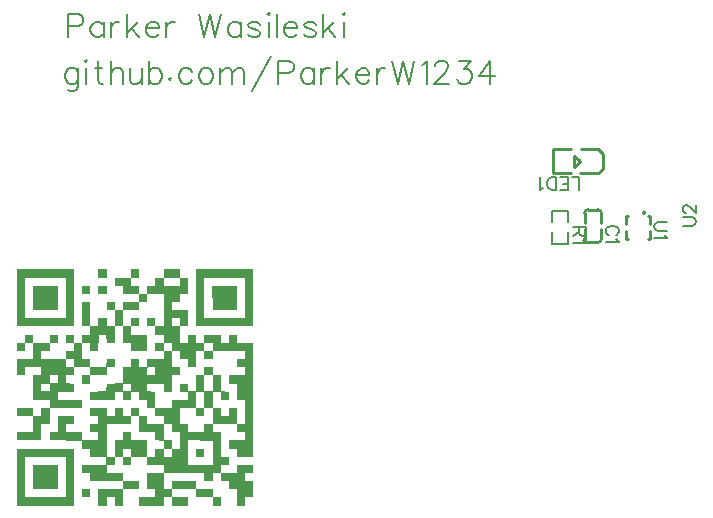
<source format=gto>
G04 Layer: TopSilkscreenLayer*
G04 EasyEDA v6.5.51, 2025-12-28 19:30:40*
G04 7922ceb0231e4a53998ecf01493f2e8b,b0fcb86846164242a958a805a75853bb,10*
G04 Gerber Generator version 0.2*
G04 Scale: 100 percent, Rotated: No, Reflected: No *
G04 Dimensions in millimeters *
G04 leading zeros omitted , absolute positions ,4 integer and 5 decimal *
%FSLAX45Y45*%
%MOMM*%

%ADD10C,0.1524*%
%ADD11C,0.2030*%
%ADD12C,0.2032*%
%ADD13C,0.2540*%
%ADD14C,0.0120*%

%LPD*%
G36*
X355600Y-2882696D02*
G01*
X355600Y-2952699D01*
X768604Y-2952699D01*
X768604Y-3295700D01*
X425602Y-3295700D01*
X425602Y-2952699D01*
X355600Y-2952699D01*
X355600Y-3365703D01*
X838098Y-3365195D01*
X838606Y-2882696D01*
G37*
G36*
X1045616Y-2882696D02*
G01*
X1045616Y-2952699D01*
X1113586Y-2952699D01*
X1113586Y-2882696D01*
G37*
G36*
X1321612Y-2882696D02*
G01*
X1321104Y-2952191D01*
X1183589Y-2952699D01*
X1183589Y-3020669D01*
X1251102Y-3021177D01*
X1251610Y-3088690D01*
X1389075Y-3089198D01*
X1389075Y-3158185D01*
X1251610Y-3158693D01*
X1251102Y-3226206D01*
X1184097Y-3226206D01*
X1183589Y-3158693D01*
X1113586Y-3158693D01*
X1113586Y-3226663D01*
X1183081Y-3227171D01*
X1183081Y-3364179D01*
X1114094Y-3364179D01*
X1113586Y-3296716D01*
X1045616Y-3296716D01*
X1045108Y-3364179D01*
X976121Y-3364179D01*
X975614Y-3158693D01*
X907592Y-3158693D01*
X907592Y-3364687D01*
X975106Y-3365195D01*
X975106Y-3434181D01*
X907643Y-3434740D01*
X907084Y-3502202D01*
X838098Y-3502202D01*
X837590Y-3434689D01*
X769620Y-3434689D01*
X769620Y-3502660D01*
X837082Y-3503218D01*
X837082Y-3572205D01*
X769620Y-3572713D01*
X769112Y-3640175D01*
X562102Y-3640175D01*
X562102Y-3573221D01*
X631596Y-3572662D01*
X632104Y-3503218D01*
X699617Y-3502660D01*
X699617Y-3434689D01*
X631647Y-3434689D01*
X631088Y-3502202D01*
X494080Y-3502202D01*
X493572Y-3434689D01*
X425602Y-3434689D01*
X425094Y-3502202D01*
X355600Y-3502710D01*
X355600Y-3572713D01*
X425551Y-3572713D01*
X426110Y-3503218D01*
X493115Y-3503218D01*
X493115Y-3640175D01*
X355600Y-3640734D01*
X355600Y-3643223D01*
X769569Y-3643223D01*
X770534Y-3640683D01*
X837082Y-3641191D01*
X837082Y-3710178D01*
X770077Y-3710178D01*
X769569Y-3643223D01*
X355600Y-3643223D01*
X355600Y-3778707D01*
X425551Y-3778707D01*
X426110Y-3711194D01*
X561086Y-3711194D01*
X561086Y-3778199D01*
X493572Y-3778707D01*
X493572Y-3781196D01*
X631545Y-3781196D01*
X632561Y-3778656D01*
X699109Y-3779215D01*
X699109Y-3848201D01*
X632104Y-3848201D01*
X631545Y-3781196D01*
X493572Y-3781196D01*
X493572Y-3851198D01*
X561594Y-3851198D01*
X562559Y-3848658D01*
X631088Y-3849217D01*
X631088Y-3916172D01*
X562102Y-3916172D01*
X561594Y-3851198D01*
X493572Y-3851198D01*
X493572Y-3986682D01*
X631088Y-3987190D01*
X631088Y-4054195D01*
X561644Y-4054703D01*
X561086Y-4124198D01*
X494080Y-4124198D01*
X493572Y-4054703D01*
X355600Y-4054703D01*
X355600Y-4124706D01*
X493115Y-4125214D01*
X493115Y-4262170D01*
X355600Y-4262729D01*
X355600Y-4330700D01*
X561594Y-4330700D01*
X562102Y-4193184D01*
X631596Y-4192676D01*
X632104Y-4055211D01*
X907592Y-4054703D01*
X907592Y-3986682D01*
X700074Y-3986174D01*
X700074Y-3917187D01*
X837590Y-3916679D01*
X837590Y-3848709D01*
X770077Y-3848201D01*
X770077Y-3779215D01*
X837590Y-3778656D01*
X838098Y-3711194D01*
X975106Y-3711194D01*
X975106Y-3778199D01*
X907592Y-3778707D01*
X907592Y-3848709D01*
X975563Y-3848709D01*
X976121Y-3779215D01*
X1113586Y-3778656D01*
X1114094Y-3711194D01*
X1183589Y-3710686D01*
X1183589Y-3640683D01*
X1113637Y-3640683D01*
X1113078Y-3710178D01*
X976121Y-3710178D01*
X975563Y-3640734D01*
X908100Y-3640175D01*
X908100Y-3503218D01*
X975106Y-3503218D01*
X975614Y-3572713D01*
X1045565Y-3572713D01*
X1046073Y-3435197D01*
X1113078Y-3435197D01*
X1113637Y-3502710D01*
X1183589Y-3502710D01*
X1184097Y-3365195D01*
X1251102Y-3365195D01*
X1251610Y-3502660D01*
X1321104Y-3503218D01*
X1321612Y-3572713D01*
X1459585Y-3572713D01*
X1459585Y-3434689D01*
X1322070Y-3434181D01*
X1322070Y-3365195D01*
X1389583Y-3364687D01*
X1389583Y-3296716D01*
X1321612Y-3296716D01*
X1321104Y-3364179D01*
X1252118Y-3364179D01*
X1252118Y-3227171D01*
X1389583Y-3226663D01*
X1390091Y-3159201D01*
X1459585Y-3158693D01*
X1460093Y-3089198D01*
X1597101Y-3089198D01*
X1597101Y-3299206D01*
X1665579Y-3299206D01*
X1666544Y-3296665D01*
X1735074Y-3297174D01*
X1735074Y-3364179D01*
X1666087Y-3364179D01*
X1665579Y-3299206D01*
X1597101Y-3299206D01*
X1597101Y-3364179D01*
X1528114Y-3364179D01*
X1527556Y-3296716D01*
X1459585Y-3296716D01*
X1459585Y-3364687D01*
X1527098Y-3365195D01*
X1527606Y-3434689D01*
X1597101Y-3435197D01*
X1597101Y-3502202D01*
X1527606Y-3502710D01*
X1527606Y-3505200D01*
X1597558Y-3505200D01*
X1598523Y-3502660D01*
X1665071Y-3503218D01*
X1665071Y-3505200D01*
X1941575Y-3505200D01*
X1942541Y-3502660D01*
X2011070Y-3503218D01*
X2011070Y-3572205D01*
X1942084Y-3572205D01*
X1941575Y-3505200D01*
X1665071Y-3505200D01*
X1665071Y-3572205D01*
X1598117Y-3572205D01*
X1597558Y-3505200D01*
X1527606Y-3505200D01*
X1527606Y-3572662D01*
X1597101Y-3573221D01*
X1597101Y-3640175D01*
X1459636Y-3640734D01*
X1459077Y-3710178D01*
X1390091Y-3710178D01*
X1389583Y-3640683D01*
X1321612Y-3640683D01*
X1321104Y-3710178D01*
X1251610Y-3710736D01*
X1251601Y-3713226D01*
X1459585Y-3713226D01*
X1460550Y-3710686D01*
X1527098Y-3711194D01*
X1527098Y-3778199D01*
X1460093Y-3778199D01*
X1459585Y-3713226D01*
X1251601Y-3713226D01*
X1251102Y-3848201D01*
X1113637Y-3848709D01*
X1113618Y-3851198D01*
X1251559Y-3851198D01*
X1252524Y-3848658D01*
X1321104Y-3849217D01*
X1321104Y-3916172D01*
X1460093Y-3916172D01*
X1460093Y-3849217D01*
X1597101Y-3849217D01*
X1597609Y-3916679D01*
X1665579Y-3916679D01*
X1666087Y-3779215D01*
X1735582Y-3778656D01*
X1735582Y-3710736D01*
X1666087Y-3710178D01*
X1665579Y-3575202D01*
X1666544Y-3572662D01*
X1735074Y-3573221D01*
X1735632Y-3640683D01*
X1803095Y-3641191D01*
X1803603Y-3710686D01*
X1873554Y-3710686D01*
X1874113Y-3573221D01*
X1941118Y-3573221D01*
X1941626Y-3640683D01*
X2011578Y-3640683D01*
X2012086Y-3573221D01*
X2285085Y-3573221D01*
X2285085Y-3640175D01*
X2217572Y-3640734D01*
X2217572Y-3710686D01*
X2285085Y-3711194D01*
X2285085Y-3778199D01*
X2149602Y-3778707D01*
X2149602Y-3848658D01*
X2217115Y-3849217D01*
X2217623Y-3986682D01*
X2285085Y-3987190D01*
X2285085Y-4192219D01*
X2218080Y-4192219D01*
X2217572Y-4054703D01*
X2149602Y-4054703D01*
X2149094Y-4124198D01*
X2080107Y-4124198D01*
X2079548Y-4054703D01*
X2012086Y-4054195D01*
X2012086Y-3917187D01*
X2079091Y-3917187D01*
X2079599Y-3986682D01*
X2149602Y-3986682D01*
X2149602Y-3916730D01*
X2080107Y-3916172D01*
X2079599Y-3778707D01*
X2012086Y-3778199D01*
X2011578Y-3710686D01*
X1941626Y-3710686D01*
X1941118Y-3778199D01*
X1873605Y-3778707D01*
X1873596Y-3781196D01*
X1941575Y-3781196D01*
X1942541Y-3778656D01*
X2011070Y-3779215D01*
X2011070Y-3916172D01*
X1942084Y-3916172D01*
X1941575Y-3781196D01*
X1873596Y-3781196D01*
X1873097Y-3916172D01*
X1804111Y-3916172D01*
X1803552Y-3848709D01*
X1735582Y-3848709D01*
X1735582Y-3916679D01*
X1803095Y-3917187D01*
X1803095Y-3919169D01*
X1873554Y-3919169D01*
X1874520Y-3916679D01*
X1941118Y-3917187D01*
X1941118Y-4054195D01*
X1874113Y-4054195D01*
X1873554Y-3919169D01*
X1803095Y-3919169D01*
X1803095Y-3986174D01*
X1665630Y-3986682D01*
X1665071Y-4054195D01*
X1528114Y-4054195D01*
X1527606Y-3916730D01*
X1460093Y-3916172D01*
X1252118Y-3916172D01*
X1251559Y-3851198D01*
X1113618Y-3851198D01*
X1113078Y-3916172D01*
X975614Y-3916730D01*
X975614Y-3986682D01*
X1183589Y-3986682D01*
X1184097Y-3917187D01*
X1251102Y-3917187D01*
X1251610Y-3986682D01*
X1321562Y-3986682D01*
X1322070Y-3917187D01*
X1389075Y-3917187D01*
X1389634Y-3986682D01*
X1459077Y-3987190D01*
X1459636Y-4054652D01*
X1527098Y-4055211D01*
X1527113Y-4057192D01*
X1735582Y-4057192D01*
X1736547Y-4054703D01*
X1873097Y-4055211D01*
X1873605Y-4124706D01*
X1941575Y-4124706D01*
X1942084Y-4055211D01*
X2011070Y-4055211D01*
X2011070Y-4192219D01*
X1941626Y-4192727D01*
X1941118Y-4262170D01*
X1804111Y-4262170D01*
X1803552Y-4192727D01*
X1736089Y-4192219D01*
X1735582Y-4057192D01*
X1527113Y-4057192D01*
X1527606Y-4124655D01*
X1597101Y-4125214D01*
X1597101Y-4192219D01*
X1460093Y-4192219D01*
X1459585Y-4124706D01*
X1390091Y-4124198D01*
X1389583Y-4054703D01*
X1321612Y-4054703D01*
X1321104Y-4124198D01*
X1252118Y-4124198D01*
X1251559Y-4054703D01*
X1183640Y-4054703D01*
X1183081Y-4124198D01*
X1114094Y-4124198D01*
X1113586Y-4054703D01*
X975614Y-4054703D01*
X975614Y-4124655D01*
X1045108Y-4125214D01*
X1045108Y-4192219D01*
X975614Y-4192727D01*
X975614Y-4262678D01*
X1045108Y-4263186D01*
X1045108Y-4330192D01*
X908100Y-4330192D01*
X907592Y-4262729D01*
X770077Y-4262170D01*
X770077Y-4193184D01*
X837590Y-4192676D01*
X837590Y-4124706D01*
X699617Y-4124706D01*
X699109Y-4262170D01*
X631596Y-4262729D01*
X631596Y-4330700D01*
X907084Y-4331208D01*
X907643Y-4400651D01*
X975106Y-4401210D01*
X975610Y-4468215D01*
X1114094Y-4468215D01*
X1114094Y-4193184D01*
X1321612Y-4192676D01*
X1321612Y-4126026D01*
X1322933Y-4124655D01*
X1389075Y-4125214D01*
X1389334Y-4195216D01*
X1597558Y-4195216D01*
X1598523Y-4192676D01*
X1665071Y-4193184D01*
X1665630Y-4262678D01*
X1735074Y-4263186D01*
X1735074Y-4333189D01*
X1803603Y-4333189D01*
X1804517Y-4330700D01*
X2011070Y-4331208D01*
X2011070Y-4538167D01*
X1804111Y-4538167D01*
X1803603Y-4333189D01*
X1735074Y-4333189D01*
X1735074Y-4400194D01*
X1666087Y-4400194D01*
X1665579Y-4330700D01*
X1598117Y-4330192D01*
X1597558Y-4195216D01*
X1389334Y-4195216D01*
X1389634Y-4262678D01*
X1527098Y-4263186D01*
X1527606Y-4330649D01*
X1597101Y-4331208D01*
X1597101Y-4400194D01*
X1527606Y-4400702D01*
X1527588Y-4403191D01*
X1597558Y-4403191D01*
X1598523Y-4400651D01*
X1665071Y-4401210D01*
X1665071Y-4468215D01*
X1598117Y-4468215D01*
X1597558Y-4403191D01*
X1527588Y-4403191D01*
X1527098Y-4468215D01*
X1460093Y-4468215D01*
X1459585Y-4330700D01*
X1322070Y-4330192D01*
X1321562Y-4262678D01*
X1251610Y-4262678D01*
X1251102Y-4330192D01*
X1183589Y-4330700D01*
X1183321Y-4403191D01*
X1251559Y-4403191D01*
X1252524Y-4400651D01*
X1321104Y-4401210D01*
X1321104Y-4468215D01*
X1252118Y-4468215D01*
X1251559Y-4403191D01*
X1183321Y-4403191D01*
X1183081Y-4468215D01*
X975610Y-4468215D01*
X975614Y-4468672D01*
X1113078Y-4469180D01*
X1113078Y-4538167D01*
X907592Y-4538675D01*
X907592Y-4606645D01*
X975106Y-4607204D01*
X975614Y-4676698D01*
X1251102Y-4677206D01*
X1251102Y-4744212D01*
X1045616Y-4744720D01*
X1045616Y-4882692D01*
X1113586Y-4882692D01*
X1114094Y-4813198D01*
X1183081Y-4813198D01*
X1183640Y-4882692D01*
X1251559Y-4882692D01*
X1252118Y-4745177D01*
X1389583Y-4744669D01*
X1389583Y-4676698D01*
X1252118Y-4676190D01*
X1251559Y-4606696D01*
X1114094Y-4606188D01*
X1114094Y-4539183D01*
X1183589Y-4538675D01*
X1184097Y-4469180D01*
X1251102Y-4469180D01*
X1251610Y-4538675D01*
X1321562Y-4538675D01*
X1322070Y-4469180D01*
X1459077Y-4469180D01*
X1459636Y-4538675D01*
X1597101Y-4539183D01*
X1597101Y-4606188D01*
X1459585Y-4606696D01*
X1459585Y-4744669D01*
X1527098Y-4745177D01*
X1527098Y-4812182D01*
X1389583Y-4812690D01*
X1389583Y-4882692D01*
X1597558Y-4882692D01*
X1598117Y-4813198D01*
X1665071Y-4813198D01*
X1665630Y-4882692D01*
X1803603Y-4882692D01*
X1803603Y-4812690D01*
X1666087Y-4812182D01*
X1666087Y-4745177D01*
X1873097Y-4745177D01*
X1873605Y-4812690D01*
X2011070Y-4813198D01*
X2011629Y-4882692D01*
X2079599Y-4882692D01*
X2079599Y-4812741D01*
X2012086Y-4812182D01*
X2011578Y-4744720D01*
X1874113Y-4744212D01*
X1873554Y-4676698D01*
X1665630Y-4676698D01*
X1665071Y-4744212D01*
X1598117Y-4744212D01*
X1598117Y-4607204D01*
X1941118Y-4607204D01*
X1941626Y-4676698D01*
X2011578Y-4676698D01*
X2012086Y-4607204D01*
X2079091Y-4607204D01*
X2079599Y-4676648D01*
X2149094Y-4677206D01*
X2149602Y-4744669D01*
X2217115Y-4745177D01*
X2217623Y-4882692D01*
X2285593Y-4882692D01*
X2286101Y-4813198D01*
X2355596Y-4812639D01*
X2355596Y-4676698D01*
X2286101Y-4676190D01*
X2286101Y-4607204D01*
X2355596Y-4606645D01*
X2355596Y-4538675D01*
X2217623Y-4538675D01*
X2217115Y-4606188D01*
X2080107Y-4606188D01*
X2080107Y-4539183D01*
X2149602Y-4538675D01*
X2149602Y-4468723D01*
X2080107Y-4468215D01*
X2079599Y-4262729D01*
X2012086Y-4262170D01*
X2012086Y-4193184D01*
X2217115Y-4193184D01*
X2217623Y-4262678D01*
X2285085Y-4263186D01*
X2285085Y-4330192D01*
X2149602Y-4330700D01*
X2149602Y-4400651D01*
X2217115Y-4401210D01*
X2217623Y-4468672D01*
X2355596Y-4468672D01*
X2355596Y-3502710D01*
X2218080Y-3502202D01*
X2217572Y-3434689D01*
X2149602Y-3434689D01*
X2149094Y-3502202D01*
X2080107Y-3502202D01*
X2079548Y-3434689D01*
X1941626Y-3434689D01*
X1941118Y-3502202D01*
X1874113Y-3502202D01*
X1873554Y-3434689D01*
X1803603Y-3434689D01*
X1803095Y-3502202D01*
X1736089Y-3502202D01*
X1736089Y-3365195D01*
X1803603Y-3364687D01*
X1803603Y-3226714D01*
X1666087Y-3226206D01*
X1666087Y-3159201D01*
X1735582Y-3158693D01*
X1736089Y-3089198D01*
X1803603Y-3088690D01*
X1803603Y-2952699D01*
X1736089Y-2952191D01*
X1735582Y-2882696D01*
X1597609Y-2882696D01*
X1597101Y-2952191D01*
X1527606Y-2952699D01*
X1527587Y-2955239D01*
X1597558Y-2955239D01*
X1598523Y-2952699D01*
X1735074Y-2953207D01*
X1735074Y-3020212D01*
X1598117Y-3020212D01*
X1597558Y-2955239D01*
X1527587Y-2955239D01*
X1527098Y-3020212D01*
X1459636Y-3020720D01*
X1459077Y-3088182D01*
X1390091Y-3088182D01*
X1389583Y-3020720D01*
X1322070Y-3020212D01*
X1322070Y-2953207D01*
X1389583Y-2952648D01*
X1389583Y-2882696D01*
G37*
G36*
X1872589Y-2882696D02*
G01*
X1872663Y-2952699D01*
X2285593Y-2952699D01*
X2285593Y-3295700D01*
X1942592Y-3295700D01*
X1942592Y-2952699D01*
X1872663Y-2952699D01*
X1873097Y-3365195D01*
X2355596Y-3365703D01*
X2355596Y-2882696D01*
G37*
G36*
X493572Y-3020720D02*
G01*
X493572Y-3227679D01*
X700074Y-3227171D01*
X700633Y-3020720D01*
G37*
G36*
X907592Y-3020720D02*
G01*
X907592Y-3088690D01*
X975614Y-3088690D01*
X975614Y-3020720D01*
G37*
G36*
X1045616Y-3020720D02*
G01*
X1045616Y-3088690D01*
X1113586Y-3088690D01*
X1113586Y-3020720D01*
G37*
G36*
X2010562Y-3020720D02*
G01*
X2011070Y-3227171D01*
X2217572Y-3227679D01*
X2217572Y-3020720D01*
G37*
G36*
X355600Y-4399686D02*
G01*
X355600Y-4469688D01*
X768604Y-4469688D01*
X768604Y-4812690D01*
X425602Y-4812690D01*
X425602Y-4469688D01*
X355600Y-4469688D01*
X355600Y-4882692D01*
X838606Y-4882692D01*
X838098Y-4400194D01*
G37*
G36*
X1873605Y-4400702D02*
G01*
X1873605Y-4468672D01*
X1941575Y-4468672D01*
X1941575Y-4400702D01*
G37*
G36*
X493572Y-4537659D02*
G01*
X493572Y-4744669D01*
X700633Y-4744669D01*
X700074Y-4538167D01*
G37*
G36*
X907592Y-4744669D02*
G01*
X907592Y-4812690D01*
X975614Y-4812690D01*
X975614Y-4744669D01*
G37*
D10*
X5423408Y-2592578D02*
G01*
X5433822Y-2587244D01*
X5444236Y-2576829D01*
X5449315Y-2566670D01*
X5449315Y-2545842D01*
X5444236Y-2535428D01*
X5433822Y-2525013D01*
X5423408Y-2519679D01*
X5407659Y-2514600D01*
X5381752Y-2514600D01*
X5366258Y-2519679D01*
X5355843Y-2525013D01*
X5345429Y-2535428D01*
X5340350Y-2545842D01*
X5340350Y-2566670D01*
X5345429Y-2576829D01*
X5355843Y-2587244D01*
X5366258Y-2592578D01*
X5428488Y-2626868D02*
G01*
X5433822Y-2637281D01*
X5449315Y-2652776D01*
X5340350Y-2652776D01*
X5116449Y-2210688D02*
G01*
X5116449Y-2101722D01*
X5116449Y-2101722D02*
G01*
X5054218Y-2101722D01*
X5019929Y-2210688D02*
G01*
X5019929Y-2101722D01*
X5019929Y-2210688D02*
G01*
X4952365Y-2210688D01*
X5019929Y-2158872D02*
G01*
X4978272Y-2158872D01*
X5019929Y-2101722D02*
G01*
X4952365Y-2101722D01*
X4918075Y-2210688D02*
G01*
X4918075Y-2101722D01*
X4918075Y-2210688D02*
G01*
X4881499Y-2210688D01*
X4866004Y-2205609D01*
X4855590Y-2195195D01*
X4850511Y-2184780D01*
X4845177Y-2169032D01*
X4845177Y-2143125D01*
X4850511Y-2127630D01*
X4855590Y-2117217D01*
X4866004Y-2106803D01*
X4881499Y-2101722D01*
X4918075Y-2101722D01*
X4810886Y-2189861D02*
G01*
X4800472Y-2195195D01*
X4784979Y-2210688D01*
X4784979Y-2101722D01*
X5169915Y-2527300D02*
G01*
X5060950Y-2527300D01*
X5169915Y-2527300D02*
G01*
X5169915Y-2574036D01*
X5164836Y-2589529D01*
X5159502Y-2594863D01*
X5149088Y-2599944D01*
X5138674Y-2599944D01*
X5128259Y-2594863D01*
X5123179Y-2589529D01*
X5118100Y-2574036D01*
X5118100Y-2527300D01*
X5118100Y-2563621D02*
G01*
X5060950Y-2599944D01*
X5149088Y-2634234D02*
G01*
X5154422Y-2644647D01*
X5169915Y-2660395D01*
X5060950Y-2660395D01*
X5859696Y-2485240D02*
G01*
X5781718Y-2485240D01*
X5766224Y-2490320D01*
X5755810Y-2500734D01*
X5750730Y-2516482D01*
X5750730Y-2526896D01*
X5755810Y-2542390D01*
X5766224Y-2552804D01*
X5781718Y-2557884D01*
X5859696Y-2557884D01*
X5838868Y-2592174D02*
G01*
X5844202Y-2602588D01*
X5859696Y-2618336D01*
X5750730Y-2618336D01*
X5993384Y-2514600D02*
G01*
X6071361Y-2514600D01*
X6086856Y-2509520D01*
X6097270Y-2499105D01*
X6102350Y-2483357D01*
X6102350Y-2472944D01*
X6097270Y-2457450D01*
X6086856Y-2447036D01*
X6071361Y-2441955D01*
X5993384Y-2441955D01*
X6019291Y-2402331D02*
G01*
X6014211Y-2402331D01*
X6003797Y-2397252D01*
X5998463Y-2391918D01*
X5993384Y-2381504D01*
X5993384Y-2360929D01*
X5998463Y-2350515D01*
X6003797Y-2345181D01*
X6014211Y-2340102D01*
X6024625Y-2340102D01*
X6035040Y-2345181D01*
X6050534Y-2355595D01*
X6102350Y-2407665D01*
X6102350Y-2334768D01*
D11*
X787400Y-722121D02*
G01*
X787400Y-915923D01*
X787400Y-722121D02*
G01*
X870457Y-722121D01*
X898144Y-731265D01*
X907542Y-740410D01*
X916686Y-758952D01*
X916686Y-786637D01*
X907542Y-805179D01*
X898144Y-814323D01*
X870457Y-823721D01*
X787400Y-823721D01*
X1088389Y-786637D02*
G01*
X1088389Y-915923D01*
X1088389Y-814323D02*
G01*
X1070102Y-796036D01*
X1051560Y-786637D01*
X1023873Y-786637D01*
X1005331Y-796036D01*
X986789Y-814323D01*
X977645Y-842010D01*
X977645Y-860552D01*
X986789Y-888237D01*
X1005331Y-906779D01*
X1023873Y-915923D01*
X1051560Y-915923D01*
X1070102Y-906779D01*
X1088389Y-888237D01*
X1149350Y-786637D02*
G01*
X1149350Y-915923D01*
X1149350Y-842010D02*
G01*
X1158747Y-814323D01*
X1177289Y-796036D01*
X1195578Y-786637D01*
X1223263Y-786637D01*
X1284223Y-722121D02*
G01*
X1284223Y-915923D01*
X1376679Y-786637D02*
G01*
X1284223Y-879094D01*
X1321307Y-842010D02*
G01*
X1385823Y-915923D01*
X1446784Y-842010D02*
G01*
X1557781Y-842010D01*
X1557781Y-823721D01*
X1548384Y-805179D01*
X1539239Y-796036D01*
X1520697Y-786637D01*
X1493012Y-786637D01*
X1474470Y-796036D01*
X1456181Y-814323D01*
X1446784Y-842010D01*
X1446784Y-860552D01*
X1456181Y-888237D01*
X1474470Y-906779D01*
X1493012Y-915923D01*
X1520697Y-915923D01*
X1539239Y-906779D01*
X1557781Y-888237D01*
X1618742Y-786637D02*
G01*
X1618742Y-915923D01*
X1618742Y-842010D02*
G01*
X1627886Y-814323D01*
X1646428Y-796036D01*
X1664970Y-786637D01*
X1692655Y-786637D01*
X1895855Y-722121D02*
G01*
X1941829Y-915923D01*
X1988058Y-722121D02*
G01*
X1941829Y-915923D01*
X1988058Y-722121D02*
G01*
X2034286Y-915923D01*
X2080513Y-722121D02*
G01*
X2034286Y-915923D01*
X2252218Y-786637D02*
G01*
X2252218Y-915923D01*
X2252218Y-814323D02*
G01*
X2233929Y-796036D01*
X2215388Y-786637D01*
X2187702Y-786637D01*
X2169159Y-796036D01*
X2150618Y-814323D01*
X2141474Y-842010D01*
X2141474Y-860552D01*
X2150618Y-888237D01*
X2169159Y-906779D01*
X2187702Y-915923D01*
X2215388Y-915923D01*
X2233929Y-906779D01*
X2252218Y-888237D01*
X2414777Y-814323D02*
G01*
X2405634Y-796036D01*
X2377947Y-786637D01*
X2350261Y-786637D01*
X2322575Y-796036D01*
X2313177Y-814323D01*
X2322575Y-832865D01*
X2340863Y-842010D01*
X2387091Y-851407D01*
X2405634Y-860552D01*
X2414777Y-879094D01*
X2414777Y-888237D01*
X2405634Y-906779D01*
X2377947Y-915923D01*
X2350261Y-915923D01*
X2322575Y-906779D01*
X2313177Y-888237D01*
X2475738Y-722121D02*
G01*
X2485136Y-731265D01*
X2494279Y-722121D01*
X2485136Y-712723D01*
X2475738Y-722121D01*
X2485136Y-786637D02*
G01*
X2485136Y-915923D01*
X2555240Y-722121D02*
G01*
X2555240Y-915923D01*
X2616200Y-842010D02*
G01*
X2726943Y-842010D01*
X2726943Y-823721D01*
X2717800Y-805179D01*
X2708656Y-796036D01*
X2690113Y-786637D01*
X2662427Y-786637D01*
X2643886Y-796036D01*
X2625343Y-814323D01*
X2616200Y-842010D01*
X2616200Y-860552D01*
X2625343Y-888237D01*
X2643886Y-906779D01*
X2662427Y-915923D01*
X2690113Y-915923D01*
X2708656Y-906779D01*
X2726943Y-888237D01*
X2889504Y-814323D02*
G01*
X2880359Y-796036D01*
X2852674Y-786637D01*
X2824988Y-786637D01*
X2797302Y-796036D01*
X2787904Y-814323D01*
X2797302Y-832865D01*
X2815590Y-842010D01*
X2861818Y-851407D01*
X2880359Y-860552D01*
X2889504Y-879094D01*
X2889504Y-888237D01*
X2880359Y-906779D01*
X2852674Y-915923D01*
X2824988Y-915923D01*
X2797302Y-906779D01*
X2787904Y-888237D01*
X2950463Y-722121D02*
G01*
X2950463Y-915923D01*
X3042920Y-786637D02*
G01*
X2950463Y-879094D01*
X2987547Y-842010D02*
G01*
X3052063Y-915923D01*
X3113024Y-722121D02*
G01*
X3122422Y-731265D01*
X3131565Y-722121D01*
X3122422Y-712723D01*
X3113024Y-722121D01*
X3122422Y-786637D02*
G01*
X3122422Y-915923D01*
D12*
X872744Y-1180337D02*
G01*
X872744Y-1328165D01*
X863600Y-1355852D01*
X854455Y-1365250D01*
X835913Y-1374394D01*
X808228Y-1374394D01*
X789686Y-1365250D01*
X872744Y-1208023D02*
G01*
X854455Y-1189736D01*
X835913Y-1180337D01*
X808228Y-1180337D01*
X789686Y-1189736D01*
X771144Y-1208023D01*
X762000Y-1235710D01*
X762000Y-1254252D01*
X771144Y-1281937D01*
X789686Y-1300479D01*
X808228Y-1309623D01*
X835913Y-1309623D01*
X854455Y-1300479D01*
X872744Y-1281937D01*
X933704Y-1115821D02*
G01*
X943102Y-1124965D01*
X952245Y-1115821D01*
X943102Y-1106423D01*
X933704Y-1115821D01*
X943102Y-1180337D02*
G01*
X943102Y-1309623D01*
X1040892Y-1115821D02*
G01*
X1040892Y-1272794D01*
X1050289Y-1300479D01*
X1068578Y-1309623D01*
X1087120Y-1309623D01*
X1013205Y-1180337D02*
G01*
X1077976Y-1180337D01*
X1148079Y-1115821D02*
G01*
X1148079Y-1309623D01*
X1148079Y-1217421D02*
G01*
X1175765Y-1189736D01*
X1194307Y-1180337D01*
X1221994Y-1180337D01*
X1240536Y-1189736D01*
X1249679Y-1217421D01*
X1249679Y-1309623D01*
X1310639Y-1180337D02*
G01*
X1310639Y-1272794D01*
X1319784Y-1300479D01*
X1338326Y-1309623D01*
X1366012Y-1309623D01*
X1384554Y-1300479D01*
X1412239Y-1272794D01*
X1412239Y-1180337D02*
G01*
X1412239Y-1309623D01*
X1473200Y-1115821D02*
G01*
X1473200Y-1309623D01*
X1473200Y-1208023D02*
G01*
X1491742Y-1189736D01*
X1510029Y-1180337D01*
X1537970Y-1180337D01*
X1556257Y-1189736D01*
X1574800Y-1208023D01*
X1583944Y-1235710D01*
X1583944Y-1254252D01*
X1574800Y-1281937D01*
X1556257Y-1300479D01*
X1537970Y-1309623D01*
X1510029Y-1309623D01*
X1491742Y-1300479D01*
X1473200Y-1281937D01*
X1654302Y-1263650D02*
G01*
X1644904Y-1272794D01*
X1654302Y-1281937D01*
X1663445Y-1272794D01*
X1654302Y-1263650D01*
X1835150Y-1208023D02*
G01*
X1816862Y-1189736D01*
X1798320Y-1180337D01*
X1770634Y-1180337D01*
X1752092Y-1189736D01*
X1733550Y-1208023D01*
X1724405Y-1235710D01*
X1724405Y-1254252D01*
X1733550Y-1281937D01*
X1752092Y-1300479D01*
X1770634Y-1309623D01*
X1798320Y-1309623D01*
X1816862Y-1300479D01*
X1835150Y-1281937D01*
X1942338Y-1180337D02*
G01*
X1924050Y-1189736D01*
X1905507Y-1208023D01*
X1896110Y-1235710D01*
X1896110Y-1254252D01*
X1905507Y-1281937D01*
X1924050Y-1300479D01*
X1942338Y-1309623D01*
X1970024Y-1309623D01*
X1988565Y-1300479D01*
X2007108Y-1281937D01*
X2016252Y-1254252D01*
X2016252Y-1235710D01*
X2007108Y-1208023D01*
X1988565Y-1189736D01*
X1970024Y-1180337D01*
X1942338Y-1180337D01*
X2077211Y-1180337D02*
G01*
X2077211Y-1309623D01*
X2077211Y-1217421D02*
G01*
X2104897Y-1189736D01*
X2123440Y-1180337D01*
X2151125Y-1180337D01*
X2169668Y-1189736D01*
X2178811Y-1217421D01*
X2178811Y-1309623D01*
X2178811Y-1217421D02*
G01*
X2206497Y-1189736D01*
X2225040Y-1180337D01*
X2252725Y-1180337D01*
X2271268Y-1189736D01*
X2280411Y-1217421D01*
X2280411Y-1309623D01*
X2507741Y-1078737D02*
G01*
X2341372Y-1374394D01*
X2568702Y-1115821D02*
G01*
X2568702Y-1309623D01*
X2568702Y-1115821D02*
G01*
X2651759Y-1115821D01*
X2679445Y-1124965D01*
X2688590Y-1134110D01*
X2697988Y-1152652D01*
X2697988Y-1180337D01*
X2688590Y-1198879D01*
X2679445Y-1208023D01*
X2651759Y-1217421D01*
X2568702Y-1217421D01*
X2869691Y-1180337D02*
G01*
X2869691Y-1309623D01*
X2869691Y-1208023D02*
G01*
X2851150Y-1189736D01*
X2832861Y-1180337D01*
X2805175Y-1180337D01*
X2786634Y-1189736D01*
X2768091Y-1208023D01*
X2758947Y-1235710D01*
X2758947Y-1254252D01*
X2768091Y-1281937D01*
X2786634Y-1300479D01*
X2805175Y-1309623D01*
X2832861Y-1309623D01*
X2851150Y-1300479D01*
X2869691Y-1281937D01*
X2930652Y-1180337D02*
G01*
X2930652Y-1309623D01*
X2930652Y-1235710D02*
G01*
X2940050Y-1208023D01*
X2958338Y-1189736D01*
X2976879Y-1180337D01*
X3004565Y-1180337D01*
X3065525Y-1115821D02*
G01*
X3065525Y-1309623D01*
X3157981Y-1180337D02*
G01*
X3065525Y-1272794D01*
X3102609Y-1235710D02*
G01*
X3167125Y-1309623D01*
X3228086Y-1235710D02*
G01*
X3338829Y-1235710D01*
X3338829Y-1217421D01*
X3329686Y-1198879D01*
X3320541Y-1189736D01*
X3302000Y-1180337D01*
X3274313Y-1180337D01*
X3255772Y-1189736D01*
X3237229Y-1208023D01*
X3228086Y-1235710D01*
X3228086Y-1254252D01*
X3237229Y-1281937D01*
X3255772Y-1300479D01*
X3274313Y-1309623D01*
X3302000Y-1309623D01*
X3320541Y-1300479D01*
X3338829Y-1281937D01*
X3399790Y-1180337D02*
G01*
X3399790Y-1309623D01*
X3399790Y-1235710D02*
G01*
X3409188Y-1208023D01*
X3427729Y-1189736D01*
X3446018Y-1180337D01*
X3473704Y-1180337D01*
X3534663Y-1115821D02*
G01*
X3580891Y-1309623D01*
X3627120Y-1115821D02*
G01*
X3580891Y-1309623D01*
X3627120Y-1115821D02*
G01*
X3673347Y-1309623D01*
X3719575Y-1115821D02*
G01*
X3673347Y-1309623D01*
X3780536Y-1152652D02*
G01*
X3798824Y-1143507D01*
X3826509Y-1115821D01*
X3826509Y-1309623D01*
X3896868Y-1162050D02*
G01*
X3896868Y-1152652D01*
X3906011Y-1134110D01*
X3915409Y-1124965D01*
X3933697Y-1115821D01*
X3970781Y-1115821D01*
X3989070Y-1124965D01*
X3998468Y-1134110D01*
X4007611Y-1152652D01*
X4007611Y-1171194D01*
X3998468Y-1189736D01*
X3979925Y-1217421D01*
X3887470Y-1309623D01*
X4017009Y-1309623D01*
X4096258Y-1115821D02*
G01*
X4197858Y-1115821D01*
X4142486Y-1189736D01*
X4170172Y-1189736D01*
X4188713Y-1198879D01*
X4197858Y-1208023D01*
X4207256Y-1235710D01*
X4207256Y-1254252D01*
X4197858Y-1281937D01*
X4179570Y-1300479D01*
X4151629Y-1309623D01*
X4123943Y-1309623D01*
X4096258Y-1300479D01*
X4087113Y-1291336D01*
X4077970Y-1272794D01*
X4360418Y-1115821D02*
G01*
X4268215Y-1245107D01*
X4406645Y-1245107D01*
X4360418Y-1115821D02*
G01*
X4360418Y-1309623D01*
D13*
X5161442Y-2486581D02*
G01*
X5161442Y-2406583D01*
X5161396Y-2542626D02*
G01*
X5161396Y-2622623D01*
X5303410Y-2486581D02*
G01*
X5303410Y-2406583D01*
X5303362Y-2542626D02*
G01*
X5303362Y-2622623D01*
X5192425Y-2375608D02*
G01*
X5272430Y-2375608D01*
X5272377Y-2653601D02*
G01*
X5192374Y-2653601D01*
X5072700Y-2018499D02*
G01*
X5112699Y-1978499D01*
X5122699Y-1968500D01*
X5112699Y-1958474D01*
X5072700Y-1918474D01*
X5072700Y-2018499D02*
G01*
X5072700Y-1918474D01*
X5048377Y-1866772D02*
G01*
X4893436Y-1866772D01*
X4893436Y-2069972D01*
X5048377Y-2069972D01*
X5127116Y-1864232D02*
G01*
X5274436Y-1864232D01*
X5315077Y-1904872D01*
X5315077Y-2031872D01*
X5276977Y-2069972D01*
X5124577Y-2069972D01*
D10*
X4886939Y-2569921D02*
G01*
X4886939Y-2665808D01*
X5019060Y-2665808D01*
X5019060Y-2569921D01*
X4886939Y-2484678D02*
G01*
X4886939Y-2388791D01*
X5019060Y-2388791D01*
X5019060Y-2484678D01*
D13*
X5527593Y-2627312D02*
G01*
X5513405Y-2627312D01*
X5713407Y-2559819D02*
G01*
X5713407Y-2627312D01*
X5699211Y-2627312D01*
X5699211Y-2427312D02*
G01*
X5713407Y-2427312D01*
X5713407Y-2494810D01*
X5513405Y-2427312D02*
G01*
X5527593Y-2427312D01*
X5513405Y-2494810D02*
G01*
X5513405Y-2427312D01*
X5513405Y-2627312D02*
G01*
X5513405Y-2559819D01*
G75*
G01*
X5303363Y-2622619D02*
G02*
X5272377Y-2653601I-30983J0D01*
G75*
G01*
X5192380Y-2653601D02*
G02*
X5161397Y-2622619I0J30982D01*
G75*
G01*
X5161443Y-2406589D02*
G02*
X5192425Y-2375609I30982J-3D01*
G75*
G01*
X5272423Y-2375609D02*
G02*
X5303411Y-2406589I5J-30983D01*
G75*
G01
X5670517Y-2400303D02*
G03X5670517Y-2400303I-6350J0D01*
M02*

</source>
